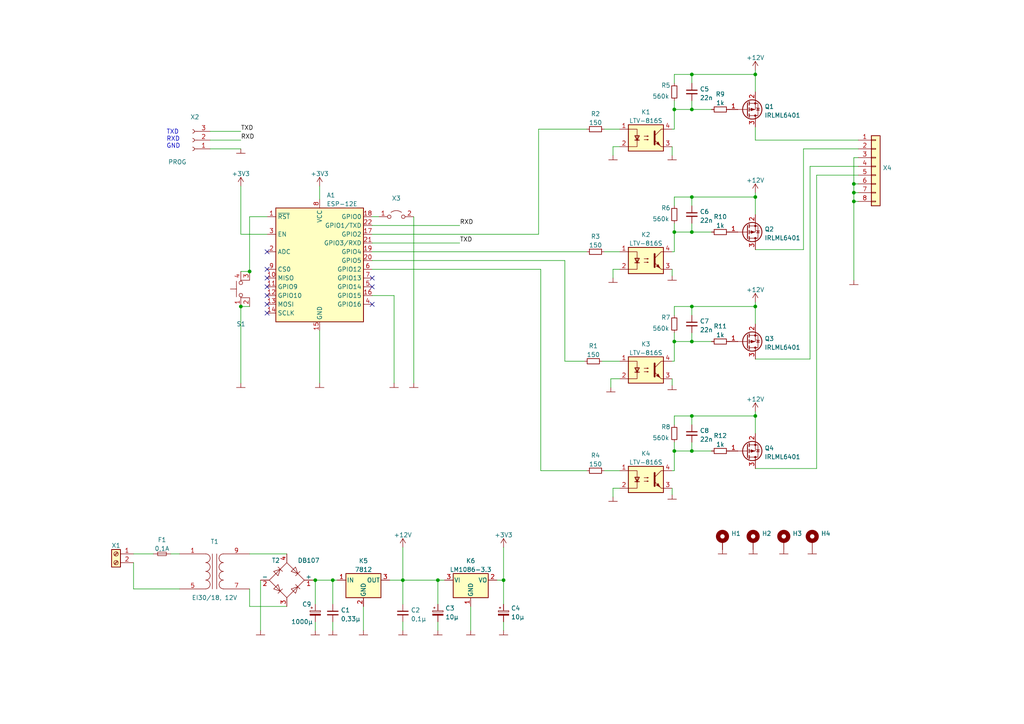
<source format=kicad_sch>
(kicad_sch (version 20211123) (generator eeschema)
  (paper "A4")
  (title_block (title "WLAN-Antennenumschalter") (date "2022-08-03") (rev "1.0") (company "DM6RAC"))
  (lib_symbols
    (symbol "Connector:Conn_01x03_Female" (pin_names (offset 1.016) hide)
      (property "Reference" "J" (at 0 5.08 0))
      (property "Value" "Conn_01x03_Female" (at 0 -5.08 0))
      (symbol "Conn_01x03_Female_1_1"
        (arc (start 0 -2.032) (mid -0.508 -2.54) (end 0 -3.048) (stroke (width 0.1524)))
        (polyline (pts (xy -1.27 -2.54) (xy -0.508 -2.54)) (stroke (width 0.1524)))
        (polyline (pts (xy -1.27 0) (xy -0.508 0)) (stroke (width 0.1524)))
        (polyline (pts (xy -1.27 2.54) (xy -0.508 2.54)) (stroke (width 0.1524)))
        (arc (start 0 0.508) (mid -0.508 0) (end 0 -0.508) (stroke (width 0.1524)))
        (arc (start 0 3.048) (mid -0.508 2.54) (end 0 2.032) (stroke (width 0.1524)))
        (pin passive line (at -5.08 2.54 0) (length 3.81) (name "Pin_1") (number "1"))
        (pin passive line (at -5.08 0 0) (length 3.81) (name "Pin_2") (number "2"))
        (pin passive line (at -5.08 -2.54 0) (length 3.81) (name "Pin_3") (number "3"))
      )
    )
    (symbol "Connector:Screw_Terminal_01x02" (pin_names (offset 1.016) hide)
      (property "Reference" "J" (at 0 2.54 0))
      (property "Value" "Screw_Terminal_01x02" (at 0 -5.08 0))
      (symbol "Screw_Terminal_01x02_1_1"
        (rectangle (start -1.27 1.27) (end 1.27 -3.81) (stroke (width 0.254)) (fill (type background)))
        (circle (center 0 -2.54) (radius 0.635) (stroke (width 0.1524)))
        (polyline (pts (xy -0.5334 -2.2098) (xy 0.3302 -3.048)) (stroke (width 0.1524)))
        (polyline (pts (xy -0.5334 0.3302) (xy 0.3302 -0.508)) (stroke (width 0.1524)))
        (polyline (pts (xy -0.3556 -2.032) (xy 0.508 -2.8702)) (stroke (width 0.1524)))
        (polyline (pts (xy -0.3556 0.508) (xy 0.508 -0.3302)) (stroke (width 0.1524)))
        (circle (center 0 0) (radius 0.635) (stroke (width 0.1524)))
        (pin passive line (at -5.08 0 0) (length 3.81) (name "Pin_1") (number "1"))
        (pin passive line (at -5.08 -2.54 0) (length 3.81) (name "Pin_2") (number "2"))
      )
    )
    (symbol "Connector_Generic:Conn_01x08" (pin_names (offset 1.016) hide)
      (property "Reference" "J" (at 0 10.16 0))
      (property "Value" "Conn_01x08" (at 0 -12.7 0))
      (symbol "Conn_01x08_1_1"
        (rectangle (start -1.27 -10.033) (end 0 -10.287) (stroke (width 0.1524)))
        (rectangle (start -1.27 -7.493) (end 0 -7.747) (stroke (width 0.1524)))
        (rectangle (start -1.27 -4.953) (end 0 -5.207) (stroke (width 0.1524)))
        (rectangle (start -1.27 -2.413) (end 0 -2.667) (stroke (width 0.1524)))
        (rectangle (start -1.27 0.127) (end 0 -0.127) (stroke (width 0.1524)))
        (rectangle (start -1.27 2.667) (end 0 2.413) (stroke (width 0.1524)))
        (rectangle (start -1.27 5.207) (end 0 4.953) (stroke (width 0.1524)))
        (rectangle (start -1.27 7.747) (end 0 7.493) (stroke (width 0.1524)))
        (rectangle (start -1.27 8.89) (end 1.27 -11.43) (stroke (width 0.254)) (fill (type background)))
        (pin passive line (at -5.08 7.62 0) (length 3.81) (name "Pin_1") (number "1"))
        (pin passive line (at -5.08 5.08 0) (length 3.81) (name "Pin_2") (number "2"))
        (pin passive line (at -5.08 2.54 0) (length 3.81) (name "Pin_3") (number "3"))
        (pin passive line (at -5.08 0 0) (length 3.81) (name "Pin_4") (number "4"))
        (pin passive line (at -5.08 -2.54 0) (length 3.81) (name "Pin_5") (number "5"))
        (pin passive line (at -5.08 -5.08 0) (length 3.81) (name "Pin_6") (number "6"))
        (pin passive line (at -5.08 -7.62 0) (length 3.81) (name "Pin_7") (number "7"))
        (pin passive line (at -5.08 -10.16 0) (length 3.81) (name "Pin_8") (number "8"))
      )
    )
    (symbol "Device:C_Polarized_Small" (pin_numbers hide) (pin_names (offset 0.254) hide)
      (property "Reference" "C" (at 0.254 1.778 0))
      (property "Value" "C_Polarized_Small" (at 0.254 -2.032 0))
      (symbol "C_Polarized_Small_0_1"
        (rectangle (start -1.524 -0.3048) (end 1.524 -0.6858) (fill (type outline)))
        (rectangle (start -1.524 0.6858) (end 1.524 0.3048))
        (polyline (pts (xy -1.27 1.524) (xy -0.762 1.524)))
        (polyline (pts (xy -1.016 1.27) (xy -1.016 1.778)))
      )
      (symbol "C_Polarized_Small_1_1"
        (pin passive line (at 0 2.54 270) (length 1.8542) (name "~") (number "1"))
        (pin passive line (at 0 -2.54 90) (length 1.8542) (name "~") (number "2"))
      )
    )
    (symbol "Device:C_Small" (pin_numbers hide) (pin_names (offset 0.254) hide)
      (property "Reference" "C" (at 0.254 1.778 0))
      (property "Value" "C_Small" (at 0.254 -2.032 0))
      (symbol "C_Small_0_1"
        (polyline (pts (xy -1.524 -0.508) (xy 1.524 -0.508)) (stroke (width 0.3302)))
        (polyline (pts (xy -1.524 0.508) (xy 1.524 0.508)) (stroke (width 0.3048)))
      )
      (symbol "C_Small_1_1"
        (pin passive line (at 0 2.54 270) (length 2.032) (name "~") (number "1"))
        (pin passive line (at 0 -2.54 90) (length 2.032) (name "~") (number "2"))
      )
    )
    (symbol "Device:Fuse_Small" (pin_numbers hide) (pin_names (offset 0.254) hide)
      (property "Reference" "F" (at 0 -1.524 0))
      (property "Value" "Fuse_Small" (at 0 1.524 0))
      (symbol "Fuse_Small_0_1"
        (rectangle (start -1.27 0.508) (end 1.27 -0.508))
        (polyline (pts (xy -1.27 0) (xy 1.27 0)))
      )
      (symbol "Fuse_Small_1_1"
        (pin passive line (at -2.54 0 0) (length 1.27) (name "~") (number "1"))
        (pin passive line (at 2.54 0 180) (length 1.27) (name "~") (number "2"))
      )
    )
    (symbol "Device:R_Small" (pin_numbers hide) (pin_names (offset 0.254) hide)
      (property "Reference" "R" (at -2.54 1.143 0))
      (property "Value" "R_Small" (at 0.762 -1.016 0))
      (symbol "R_Small_0_1"
        (rectangle (start -0.762 1.778) (end 0.762 -1.778) (stroke (width 0.2032)))
      )
      (symbol "R_Small_1_1"
        (pin passive line (at 0 2.54 270) (length 0.762) (name "~") (number "1"))
        (pin passive line (at 0 -2.54 90) (length 0.762) (name "~") (number "2"))
      )
    )
    (symbol "Device:Transformer_1P_1S" (pin_names (offset 1.016) hide)
      (property "Reference" "T1" (at 0.0127 8.6529 0))
      (property "Value" "EI30/18, 12V" (at 0 -7.62 0))
      (symbol "Transformer_1P_1S_0_1"
        (arc (start -2.54 -5.0546) (mid -1.6599 -4.6901) (end -1.27 -3.81))
        (arc (start -2.54 -2.5146) (mid -1.6599 -2.1501) (end -1.27 -1.27))
        (arc (start -2.54 0.0254) (mid -1.6599 0.3899) (end -1.27 1.27))
        (arc (start -2.54 2.5654) (mid -1.6599 2.9299) (end -1.27 3.81))
        (arc (start -1.27 -3.81) (mid -1.642 -2.912) (end -2.54 -2.54))
        (arc (start -1.27 -1.27) (mid -1.642 -0.372) (end -2.54 0))
        (arc (start -1.27 1.27) (mid -1.642 2.168) (end -2.54 2.54))
        (arc (start -1.27 3.81) (mid -1.642 4.708) (end -2.54 5.08))
        (polyline (pts (xy -0.635 5.08) (xy -0.635 -5.08)))
        (polyline (pts (xy 0.635 -5.08) (xy 0.635 5.08)))
        (arc (start 1.2954 -1.27) (mid 1.6599 -2.1501) (end 2.54 -2.5146))
        (arc (start 1.2954 1.27) (mid 1.6599 0.3899) (end 2.54 0.0254))
        (arc (start 1.2954 3.81) (mid 1.6599 2.9299) (end 2.54 2.5654))
        (arc (start 1.3208 -3.81) (mid 1.6853 -4.6901) (end 2.5654 -5.0546))
        (arc (start 2.54 0) (mid 1.642 -0.372) (end 1.2954 -1.27))
        (arc (start 2.54 2.54) (mid 1.642 2.168) (end 1.2954 1.27))
        (arc (start 2.54 5.08) (mid 1.642 4.708) (end 1.2954 3.81))
        (arc (start 2.5654 -2.54) (mid 1.6674 -2.912) (end 1.3208 -3.81))
      )
      (symbol "Transformer_1P_1S_1_1"
        (pin passive line (at -10.16 5.08 0) (length 7.62) (name "AA") (number "1"))
        (pin passive line (at -10.16 -5.08 0) (length 7.62) (name "AB") (number "5"))
        (pin passive line (at 10.16 -5.08 180) (length 7.62) (name "SA") (number "7"))
        (pin passive line (at 10.16 5.08 180) (length 7.62) (name "SB") (number "9"))
      )
    )
    (symbol "Diode_Bridge:DF10M" (pin_names (offset 0))
      (property "Reference" "D" (at 2.54 6.985 0))
      (property "Value" "DF10M" (at 2.54 5.08 0))
      (symbol "DF10M_0_1"
        (polyline (pts (xy -2.54 3.81) (xy -1.27 2.54)))
        (polyline (pts (xy -1.27 -2.54) (xy -2.54 -3.81)))
        (polyline (pts (xy 2.54 -1.27) (xy 3.81 -2.54)))
        (polyline (pts (xy 2.54 1.27) (xy 3.81 2.54)))
        (polyline (pts (xy -3.81 2.54) (xy -2.54 1.27) (xy -1.905 3.175) (xy -3.81 2.54)))
        (polyline (pts (xy -2.54 -1.27) (xy -3.81 -2.54) (xy -1.905 -3.175) (xy -2.54 -1.27)))
        (polyline (pts (xy 1.27 2.54) (xy 2.54 3.81) (xy 3.175 1.905) (xy 1.27 2.54)))
        (polyline (pts (xy 3.175 -1.905) (xy 1.27 -2.54) (xy 2.54 -3.81) (xy 3.175 -1.905)))
        (polyline (pts (xy -5.08 0) (xy 0 -5.08) (xy 5.08 0) (xy 0 5.08) (xy -5.08 0)))
      )
      (symbol "DF10M_1_1"
        (pin passive line (at 7.62 0 180) (length 2.54) (name "+") (number "1"))
        (pin passive line (at -7.62 0 0) (length 2.54) (name "-") (number "2"))
        (pin passive line (at 0 -7.62 90) (length 2.54) (name "~") (number "3"))
        (pin passive line (at 0 7.62 270) (length 2.54) (name "~") (number "4"))
      )
    )
    (symbol "Isolator:LTV-356T" (pin_names (offset 1.016))
      (property "Reference" "U" (at -5.334 4.826 0))
      (property "Value" "LTV-356T" (at 0 5.08 0))
      (symbol "LTV-356T_0_1"
        (rectangle (start -5.08 3.81) (end 5.08 -3.81) (stroke (width 0.254)) (fill (type background)))
        (polyline (pts (xy -3.175 -0.635) (xy -1.905 -0.635)) (stroke (width 0.254)))
        (polyline (pts (xy 2.54 0.635) (xy 4.445 2.54)))
        (polyline (pts (xy 4.445 -2.54) (xy 2.54 -0.635)) (fill (type outline)))
        (polyline (pts (xy 4.445 -2.54) (xy 5.08 -2.54)))
        (polyline (pts (xy 4.445 2.54) (xy 5.08 2.54)))
        (polyline (pts (xy -5.08 2.54) (xy -2.54 2.54) (xy -2.54 -0.762)))
        (polyline (pts (xy -2.54 -0.635) (xy -2.54 -2.54) (xy -5.08 -2.54)))
        (polyline (pts (xy 2.54 1.905) (xy 2.54 -1.905) (xy 2.54 -1.905)) (stroke (width 0.508)))
        (polyline (pts (xy -2.54 -0.635) (xy -3.175 0.635) (xy -1.905 0.635) (xy -2.54 -0.635)) (stroke (width 0.254)))
        (polyline (pts (xy -0.508 -0.508) (xy 0.762 -0.508) (xy 0.381 -0.635) (xy 0.381 -0.381) (xy 0.762 -0.508)))
        (polyline (pts (xy -0.508 0.508) (xy 0.762 0.508) (xy 0.381 0.381) (xy 0.381 0.635) (xy 0.762 0.508)))
        (polyline (pts (xy 3.048 -1.651) (xy 3.556 -1.143) (xy 4.064 -2.159) (xy 3.048 -1.651) (xy 3.048 -1.651)) (fill (type outline)))
      )
      (symbol "LTV-356T_1_1"
        (pin passive line (at -7.62 2.54 0) (length 2.54) (name "~") (number "1"))
        (pin passive line (at -7.62 -2.54 0) (length 2.54) (name "~") (number "2"))
        (pin passive line (at 7.62 -2.54 180) (length 2.54) (name "~") (number "3"))
        (pin passive line (at 7.62 2.54 180) (length 2.54) (name "~") (number "4"))
      )
    )
    (symbol "Isolator:LTV-817S" (pin_names (offset 1.016))
      (property "Reference" "U" (at -3.81 5.08 0))
      (property "Value" "LTV-817S" (at 0 -5.08 0))
      (symbol "LTV-817S_1_1"
        (rectangle (start -5.08 3.81) (end 5.08 -3.81) (stroke (width 0.254)) (fill (type background)))
        (polyline (pts (xy -3.175 -0.635) (xy -1.905 -0.635)) (stroke (width 0.254)))
        (polyline (pts (xy 2.54 0.635) (xy 4.445 2.54)))
        (polyline (pts (xy 4.445 -2.54) (xy 2.54 -0.635)) (fill (type outline)))
        (polyline (pts (xy 4.445 -2.54) (xy 5.08 -2.54)))
        (polyline (pts (xy 4.445 2.54) (xy 5.08 2.54)))
        (polyline (pts (xy -5.08 2.54) (xy -2.54 2.54) (xy -2.54 -0.762)))
        (polyline (pts (xy -2.54 -0.635) (xy -2.54 -2.54) (xy -5.08 -2.54)))
        (polyline (pts (xy 2.54 1.905) (xy 2.54 -1.905) (xy 2.54 -1.905)) (stroke (width 0.508)))
        (polyline (pts (xy -2.54 -0.635) (xy -3.175 0.635) (xy -1.905 0.635) (xy -2.54 -0.635)) (stroke (width 0.254)))
        (polyline (pts (xy -0.508 -0.508) (xy 0.762 -0.508) (xy 0.381 -0.635) (xy 0.381 -0.381) (xy 0.762 -0.508)))
        (polyline (pts (xy -0.508 0.508) (xy 0.762 0.508) (xy 0.381 0.381) (xy 0.381 0.635) (xy 0.762 0.508)))
        (polyline (pts (xy 3.048 -1.651) (xy 3.556 -1.143) (xy 4.064 -2.159) (xy 3.048 -1.651) (xy 3.048 -1.651)) (fill (type outline)))
        (pin passive line (at -7.62 2.54 0) (length 2.54) (name "~") (number "1"))
        (pin passive line (at -7.62 -2.54 0) (length 2.54) (name "~") (number "2"))
        (pin passive line (at 7.62 -2.54 180) (length 2.54) (name "~") (number "3"))
        (pin passive line (at 7.62 2.54 180) (length 2.54) (name "~") (number "4"))
      )
    )
    (symbol "Jumper:Jumper_2_Open" (pin_names (offset 0) hide)
      (property "Reference" "JP" (at 0 2.794 0))
      (property "Value" "Jumper_2_Open" (at 0 -2.286 0))
      (symbol "Jumper_2_Open_0_0"
        (circle (center -2.032 0) (radius 0.508))
        (circle (center 2.032 0) (radius 0.508))
      )
      (symbol "Jumper_2_Open_0_1"
        (arc (start 1.524 1.27) (mid 0 1.778) (end -1.524 1.27))
      )
      (symbol "Jumper_2_Open_1_1"
        (pin passive line (at -5.08 0 0) (length 2.54) (name "A") (number "1"))
        (pin passive line (at 5.08 0 180) (length 2.54) (name "B") (number "2"))
      )
    )
    (symbol "Mechanical:MountingHole_Pad" (pin_numbers hide) (pin_names (offset 1.016) hide)
      (property "Reference" "H" (at 0 6.35 0))
      (property "Value" "MountingHole_Pad" (at 0 4.445 0))
      (symbol "MountingHole_Pad_0_1"
        (circle (center 0 1.27) (radius 1.27) (stroke (width 1.27)))
      )
      (symbol "MountingHole_Pad_1_1"
        (pin input line (at 0 -2.54 90) (length 2.54) (name "1") (number "1"))
      )
    )
    (symbol "RF_Module:ESP-12E"
      (property "Reference" "U" (at -12.7 19.05 0))
      (property "Value" "ESP-12E" (at 12.7 19.05 0))
      (symbol "ESP-12E_0_1"
        (rectangle (start -12.7 17.78) (end 12.7 -15.24) (stroke (width 0.254)) (fill (type background)))
      )
      (symbol "ESP-12E_1_1"
        (pin input line (at -15.24 15.24 0) (length 2.54) (name "~{RST}") (number "1"))
        (pin bidirectional line (at -15.24 -2.54 0) (length 2.54) (name "MISO") (number "10"))
        (pin bidirectional line (at -15.24 -5.08 0) (length 2.54) (name "GPIO9") (number "11"))
        (pin bidirectional line (at -15.24 -7.62 0) (length 2.54) (name "GPIO10") (number "12"))
        (pin bidirectional line (at -15.24 -10.16 0) (length 2.54) (name "MOSI") (number "13"))
        (pin bidirectional line (at -15.24 -12.7 0) (length 2.54) (name "SCLK") (number "14"))
        (pin power_in line (at 0 -17.78 90) (length 2.54) (name "GND") (number "15"))
        (pin bidirectional line (at 15.24 -7.62 180) (length 2.54) (name "GPIO15") (number "16"))
        (pin bidirectional line (at 15.24 10.16 180) (length 2.54) (name "GPIO2") (number "17"))
        (pin bidirectional line (at 15.24 15.24 180) (length 2.54) (name "GPIO0") (number "18"))
        (pin bidirectional line (at 15.24 5.08 180) (length 2.54) (name "GPIO4") (number "19"))
        (pin input line (at -15.24 5.08 0) (length 2.54) (name "ADC") (number "2"))
        (pin bidirectional line (at 15.24 2.54 180) (length 2.54) (name "GPIO5") (number "20"))
        (pin bidirectional line (at 15.24 7.62 180) (length 2.54) (name "GPIO3/RXD") (number "21"))
        (pin bidirectional line (at 15.24 12.7 180) (length 2.54) (name "GPIO1/TXD") (number "22"))
        (pin input line (at -15.24 10.16 0) (length 2.54) (name "EN") (number "3"))
        (pin bidirectional line (at 15.24 -10.16 180) (length 2.54) (name "GPIO16") (number "4"))
        (pin bidirectional line (at 15.24 -5.08 180) (length 2.54) (name "GPIO14") (number "5"))
        (pin bidirectional line (at 15.24 0 180) (length 2.54) (name "GPIO12") (number "6"))
        (pin bidirectional line (at 15.24 -2.54 180) (length 2.54) (name "GPIO13") (number "7"))
        (pin power_in line (at 0 20.32 270) (length 2.54) (name "VCC") (number "8"))
        (pin input line (at -15.24 0 0) (length 2.54) (name "CS0") (number "9"))
      )
    )
    (symbol "Regulator_Linear:L7812" (pin_names (offset 0.254))
      (property "Reference" "U" (at -3.81 3.175 0))
      (property "Value" "L7812" (at 0 3.175 0))
      (symbol "L7812_0_1"
        (rectangle (start -5.08 1.905) (end 5.08 -5.08) (stroke (width 0.254)) (fill (type background)))
      )
      (symbol "L7812_1_1"
        (pin power_in line (at -7.62 0 0) (length 2.54) (name "IN") (number "1"))
        (pin power_in line (at 0 -7.62 90) (length 2.54) (name "GND") (number "2"))
        (pin power_out line (at 7.62 0 180) (length 2.54) (name "OUT") (number "3"))
      )
    )
    (symbol "Regulator_Linear:LM1084-3.3" (pin_names (offset 0.254))
      (property "Reference" "U" (at -3.81 3.175 0))
      (property "Value" "LM1084-3.3" (at 0 3.175 0))
      (symbol "LM1084-3.3_0_1"
        (rectangle (start -5.08 1.905) (end 5.08 -5.08) (stroke (width 0.254)) (fill (type background)))
      )
      (symbol "LM1084-3.3_1_1"
        (pin power_in line (at 0 -7.62 90) (length 2.54) (name "GND") (number "1"))
        (pin power_out line (at 7.62 0 180) (length 2.54) (name "VO") (number "2"))
        (pin power_in line (at -7.62 0 0) (length 2.54) (name "VI") (number "3"))
      )
    )
    (symbol "Switch:SW_MEC_5E" (pin_names (offset 1.016) hide)
      (property "Reference" "SW" (at 0.635 5.715 0))
      (property "Value" "SW_MEC_5E" (at 0 -3.175 0))
      (symbol "SW_MEC_5E_0_1"
        (circle (center -1.778 2.54) (radius 0.508))
        (polyline (pts (xy -2.286 3.81) (xy 2.286 3.81)))
        (polyline (pts (xy 0 3.81) (xy 0 5.588)))
        (polyline (pts (xy -2.54 0) (xy -2.54 2.54) (xy -2.286 2.54)))
        (polyline (pts (xy 2.54 0) (xy 2.54 2.54) (xy 2.286 2.54)))
        (circle (center 1.778 2.54) (radius 0.508))
        (pin passive line (at -5.08 2.54 0) (length 2.54) (name "1") (number "1"))
        (pin passive line (at -5.08 0 0) (length 2.54) (name "2") (number "2"))
        (pin passive line (at 5.08 0 180) (length 2.54) (name "K") (number "3"))
        (pin passive line (at 5.08 2.54 180) (length 2.54) (name "A") (number "4"))
      )
    )
    (symbol "Transistor_FET:IRLML6401" (pin_names hide)
      (property "Reference" "Q" (at 5.08 1.905 0))
      (property "Value" "IRLML6401" (at 5.08 0 0))
      (symbol "IRLML6401_0_1"
        (polyline (pts (xy 0.254 0) (xy -2.54 0)))
        (polyline (pts (xy 0.254 1.905) (xy 0.254 -1.905)) (stroke (width 0.254)))
        (polyline (pts (xy 0.762 -1.27) (xy 0.762 -2.286)) (stroke (width 0.254)))
        (polyline (pts (xy 0.762 0.508) (xy 0.762 -0.508)) (stroke (width 0.254)))
        (polyline (pts (xy 0.762 2.286) (xy 0.762 1.27)) (stroke (width 0.254)))
        (polyline (pts (xy 2.54 2.54) (xy 2.54 1.778)))
        (polyline (pts (xy 2.54 -2.54) (xy 2.54 0) (xy 0.762 0)))
        (polyline (pts (xy 0.762 1.778) (xy 3.302 1.778) (xy 3.302 -1.778) (xy 0.762 -1.778)))
        (polyline (pts (xy 2.286 0) (xy 1.27 0.381) (xy 1.27 -0.381) (xy 2.286 0)) (fill (type outline)))
        (polyline (pts (xy 2.794 -0.508) (xy 2.921 -0.381) (xy 3.683 -0.381) (xy 3.81 -0.254)))
        (polyline (pts (xy 3.302 -0.381) (xy 2.921 0.254) (xy 3.683 0.254) (xy 3.302 -0.381)))
        (circle (center 1.651 0) (radius 2.794) (stroke (width 0.254)))
        (circle (center 2.54 -1.778) (radius 0.254) (fill (type outline)))
        (circle (center 2.54 1.778) (radius 0.254) (fill (type outline)))
      )
      (symbol "IRLML6401_1_1"
        (pin input line (at -5.08 0 0) (length 2.54) (name "G") (number "1"))
        (pin passive line (at 2.54 -5.08 90) (length 2.54) (name "S") (number "2"))
        (pin passive line (at 2.54 5.08 270) (length 2.54) (name "D") (number "3"))
      )
    )
    (symbol "power:+12V" (power) (pin_names (offset 0))
      (property "Value" "+12V" (at 0 3.556 0))
      (symbol "+12V_0_1"
        (polyline (pts (xy -0.762 1.27) (xy 0 2.54)))
        (polyline (pts (xy 0 0) (xy 0 2.54)))
        (polyline (pts (xy 0 2.54) (xy 0.762 1.27)))
      )
      (symbol "+12V_1_1"
        (pin power_in line (at 0 0 90) (length 0) hide (name "+12V") (number "1"))
      )
    )
    (symbol "power:+3.3V" (power) (pin_names (offset 0))
      (property "Value" "+3.3V" (at 0 3.556 0))
      (symbol "+3.3V_0_1"
        (polyline (pts (xy -0.762 1.27) (xy 0 2.54)))
        (polyline (pts (xy 0 0) (xy 0 2.54)))
        (polyline (pts (xy 0 2.54) (xy 0.762 1.27)))
      )
      (symbol "+3.3V_1_1"
        (pin power_in line (at 0 0 90) (length 0) hide (name "+3V3") (number "1"))
      )
    )
    (symbol "power:GND" (power) (pin_names (offset 0))
      (symbol "GND_0_1"
        (polyline (pts (xy 0 0) (xy 0 -1.27) (xy 1.27 -1.27) (xy -1.27 -1.27) (xy 0 -1.27)))
      )
      (symbol "GND_1_1"
        (pin power_in line (at 0 0 270) (length 0) hide (name "GND") (number "1"))
      )
    )
  )
  (junction (at 219.075 120.65))
  (junction (at 195.58 31.75))
  (junction (at 195.58 67.31))
  (junction (at 200.66 67.31))
  (junction (at 69.85 88.9))
  (junction (at 219.075 21.59))
  (junction (at 195.58 130.81))
  (junction (at 195.58 99.06))
  (junction (at 200.66 21.59))
  (junction (at 219.075 57.15))
  (junction (at 247.65 53.34))
  (junction (at 91.44 168.275))
  (junction (at 200.66 88.9))
  (junction (at 200.66 99.06))
  (junction (at 200.66 31.75))
  (junction (at 116.84 168.275))
  (junction (at 247.65 55.88))
  (junction (at 127 168.275))
  (junction (at 219.075 88.9))
  (junction (at 200.66 120.65))
  (junction (at 200.66 57.15))
  (junction (at 247.65 58.42))
  (junction (at 96.52 168.275))
  (junction (at 200.66 130.81))
  (junction (at 146.05 168.275))
  (junction (at 72.39 78.74))
  (no_connect (at 107.95 80.645))
  (no_connect (at 107.95 83.185))
  (no_connect (at 107.95 88.265))
  (no_connect (at 77.47 73.025))
  (no_connect (at 77.47 78.105))
  (no_connect (at 77.47 80.645))
  (no_connect (at 77.47 83.185))
  (no_connect (at 77.47 85.725))
  (no_connect (at 77.47 88.265))
  (no_connect (at 77.47 90.805))
  (wire (pts (xy 75.565 168.275) (xy 75.565 182.88)))
  (wire (pts (xy 107.95 78.105) (xy 156.845 78.105)))
  (wire (pts (xy 92.71 53.975) (xy 92.71 57.785)))
  (wire (pts (xy 195.58 57.15) (xy 195.58 59.69)))
  (wire (pts (xy 219.075 26.67) (xy 219.075 21.59)))
  (wire (pts (xy 195.58 96.52) (xy 195.58 99.06)))
  (wire (pts (xy 60.96 43.18) (xy 69.85 43.18)))
  (wire (pts (xy 91.44 180.34) (xy 91.44 182.88)))
  (wire (pts (xy 177.8 78.105) (xy 179.705 78.105)))
  (wire (pts (xy 234.95 104.14) (xy 219.075 104.14)))
  (wire (pts (xy 107.95 75.565) (xy 163.83 75.565)))
  (wire (pts (xy 200.66 67.31) (xy 206.375 67.31)))
  (wire (pts (xy 236.855 135.89) (xy 219.075 135.89)))
  (wire (pts (xy 195.58 37.465) (xy 194.945 37.465)))
  (wire (pts (xy 195.58 130.81) (xy 200.66 130.81)))
  (wire (pts (xy 200.66 96.52) (xy 200.66 99.06)))
  (wire (pts (xy 69.85 78.74) (xy 72.39 78.74)))
  (wire (pts (xy 72.39 78.74) (xy 72.39 62.865)))
  (wire (pts (xy 200.66 29.21) (xy 200.66 31.75)))
  (wire (pts (xy 200.66 120.65) (xy 200.66 123.19)))
  (wire (pts (xy 219.075 87.63) (xy 219.075 88.9)))
  (wire (pts (xy 127 168.275) (xy 127 175.26)))
  (wire (pts (xy 60.96 38.1) (xy 69.85 38.1)))
  (wire (pts (xy 177.8 80.645) (xy 177.8 78.105)))
  (wire (pts (xy 90.805 168.275) (xy 91.44 168.275)))
  (wire (pts (xy 163.83 104.775) (xy 169.545 104.775)))
  (wire (pts (xy 107.95 65.405) (xy 133.35 65.405)))
  (wire (pts (xy 105.41 175.895) (xy 105.41 182.88)))
  (wire (pts (xy 195.58 31.75) (xy 195.58 37.465)))
  (wire (pts (xy 156.21 37.465) (xy 156.21 67.945)))
  (wire (pts (xy 219.075 40.64) (xy 248.92 40.64)))
  (wire (pts (xy 200.66 57.15) (xy 195.58 57.15)))
  (wire (pts (xy 69.85 88.9) (xy 69.85 111.125)))
  (wire (pts (xy 146.05 158.75) (xy 146.05 168.275)))
  (wire (pts (xy 116.84 168.275) (xy 116.84 175.26)))
  (wire (pts (xy 200.66 88.9) (xy 200.66 91.44)))
  (wire (pts (xy 236.855 50.8) (xy 236.855 135.89)))
  (wire (pts (xy 96.52 168.275) (xy 97.79 168.275)))
  (wire (pts (xy 247.65 55.88) (xy 247.65 53.34)))
  (wire (pts (xy 177.8 141.605) (xy 179.705 141.605)))
  (wire (pts (xy 91.44 168.275) (xy 91.44 175.26)))
  (wire (pts (xy 200.66 120.65) (xy 195.58 120.65)))
  (wire (pts (xy 247.65 53.34) (xy 247.65 45.72)))
  (wire (pts (xy 72.39 62.865) (xy 77.47 62.865)))
  (wire (pts (xy 247.65 81.28) (xy 247.65 58.42)))
  (wire (pts (xy 69.85 53.975) (xy 69.85 67.945)))
  (wire (pts (xy 116.84 158.75) (xy 116.84 168.275)))
  (wire (pts (xy 195.58 64.77) (xy 195.58 67.31)))
  (wire (pts (xy 92.71 95.885) (xy 92.71 111.125)))
  (wire (pts (xy 177.8 144.145) (xy 177.8 141.605)))
  (wire (pts (xy 200.66 21.59) (xy 195.58 21.59)))
  (wire (pts (xy 175.26 37.465) (xy 179.705 37.465)))
  (wire (pts (xy 234.95 48.26) (xy 234.95 104.14)))
  (wire (pts (xy 219.075 72.39) (xy 233.045 72.39)))
  (wire (pts (xy 219.075 36.83) (xy 219.075 40.64)))
  (wire (pts (xy 219.075 62.23) (xy 219.075 57.15)))
  (wire (pts (xy 195.58 130.81) (xy 195.58 136.525)))
  (wire (pts (xy 146.05 168.275) (xy 146.05 175.26)))
  (wire (pts (xy 107.95 70.485) (xy 133.35 70.485)))
  (wire (pts (xy 107.95 67.945) (xy 156.21 67.945)))
  (wire (pts (xy 175.26 136.525) (xy 179.705 136.525)))
  (wire (pts (xy 107.95 73.025) (xy 170.18 73.025)))
  (wire (pts (xy 174.625 104.775) (xy 179.705 104.775)))
  (wire (pts (xy 72.39 175.895) (xy 83.185 175.895)))
  (wire (pts (xy 175.26 73.025) (xy 179.705 73.025)))
  (wire (pts (xy 200.66 21.59) (xy 200.66 24.13)))
  (wire (pts (xy 136.525 175.895) (xy 136.525 182.88)))
  (wire (pts (xy 194.945 141.605) (xy 194.945 143.51)))
  (wire (pts (xy 60.96 40.64) (xy 69.85 40.64)))
  (wire (pts (xy 200.66 57.15) (xy 200.66 59.69)))
  (wire (pts (xy 116.84 168.275) (xy 127 168.275)))
  (wire (pts (xy 96.52 168.275) (xy 96.52 175.26)))
  (wire (pts (xy 195.58 67.31) (xy 200.66 67.31)))
  (wire (pts (xy 219.075 93.98) (xy 219.075 88.9)))
  (wire (pts (xy 113.03 168.275) (xy 116.84 168.275)))
  (wire (pts (xy 156.845 78.105) (xy 156.845 136.525)))
  (wire (pts (xy 156.845 136.525) (xy 170.18 136.525)))
  (wire (pts (xy 163.83 75.565) (xy 163.83 104.775)))
  (wire (pts (xy 200.66 31.75) (xy 206.375 31.75)))
  (wire (pts (xy 69.85 88.9) (xy 72.39 88.9)))
  (wire (pts (xy 195.58 21.59) (xy 195.58 24.13)))
  (wire (pts (xy 38.735 160.655) (xy 44.45 160.655)))
  (wire (pts (xy 91.44 168.275) (xy 96.52 168.275)))
  (wire (pts (xy 200.66 88.9) (xy 195.58 88.9)))
  (wire (pts (xy 177.165 112.395) (xy 177.165 109.855)))
  (wire (pts (xy 146.05 180.34) (xy 146.05 182.88)))
  (wire (pts (xy 247.65 58.42) (xy 247.65 55.88)))
  (wire (pts (xy 219.075 125.73) (xy 219.075 120.65)))
  (wire (pts (xy 127 180.34) (xy 127 182.88)))
  (wire (pts (xy 233.045 72.39) (xy 233.045 43.18)))
  (wire (pts (xy 248.92 48.26) (xy 234.95 48.26)))
  (wire (pts (xy 219.075 20.32) (xy 219.075 21.59)))
  (wire (pts (xy 127 168.275) (xy 128.905 168.275)))
  (wire (pts (xy 194.945 42.545) (xy 194.945 45.085)))
  (wire (pts (xy 144.145 168.275) (xy 146.05 168.275)))
  (wire (pts (xy 195.58 99.06) (xy 195.58 104.775)))
  (wire (pts (xy 200.66 64.77) (xy 200.66 67.31)))
  (wire (pts (xy 247.65 55.88) (xy 248.92 55.88)))
  (wire (pts (xy 195.58 120.65) (xy 195.58 123.19)))
  (wire (pts (xy 200.66 99.06) (xy 206.375 99.06)))
  (wire (pts (xy 195.58 128.27) (xy 195.58 130.81)))
  (wire (pts (xy 114.3 85.725) (xy 114.3 111.125)))
  (wire (pts (xy 219.075 21.59) (xy 200.66 21.59)))
  (wire (pts (xy 195.58 88.9) (xy 195.58 91.44)))
  (wire (pts (xy 195.58 67.31) (xy 195.58 73.025)))
  (wire (pts (xy 219.075 120.65) (xy 200.66 120.65)))
  (wire (pts (xy 107.95 85.725) (xy 114.3 85.725)))
  (wire (pts (xy 69.85 67.945) (xy 77.47 67.945)))
  (wire (pts (xy 248.92 50.8) (xy 236.855 50.8)))
  (wire (pts (xy 120.015 62.865) (xy 120.015 111.125)))
  (wire (pts (xy 156.21 37.465) (xy 170.18 37.465)))
  (wire (pts (xy 200.66 130.81) (xy 206.375 130.81)))
  (wire (pts (xy 195.58 99.06) (xy 200.66 99.06)))
  (wire (pts (xy 195.58 31.75) (xy 200.66 31.75)))
  (wire (pts (xy 219.075 88.9) (xy 200.66 88.9)))
  (wire (pts (xy 38.735 163.195) (xy 38.735 170.815)))
  (wire (pts (xy 116.84 180.34) (xy 116.84 182.88)))
  (wire (pts (xy 177.8 42.545) (xy 179.705 42.545)))
  (wire (pts (xy 219.075 55.88) (xy 219.075 57.15)))
  (wire (pts (xy 233.045 43.18) (xy 248.92 43.18)))
  (wire (pts (xy 38.735 170.815) (xy 52.07 170.815)))
  (wire (pts (xy 72.39 170.815) (xy 72.39 175.895)))
  (wire (pts (xy 49.53 160.655) (xy 52.07 160.655)))
  (wire (pts (xy 72.39 160.655) (xy 83.185 160.655)))
  (wire (pts (xy 219.075 57.15) (xy 200.66 57.15)))
  (wire (pts (xy 107.95 62.865) (xy 109.855 62.865)))
  (wire (pts (xy 177.8 45.085) (xy 177.8 42.545)))
  (wire (pts (xy 195.58 104.775) (xy 194.945 104.775)))
  (wire (pts (xy 96.52 180.34) (xy 96.52 182.88)))
  (wire (pts (xy 247.65 45.72) (xy 248.92 45.72)))
  (wire (pts (xy 195.58 29.21) (xy 195.58 31.75)))
  (wire (pts (xy 177.165 109.855) (xy 179.705 109.855)))
  (wire (pts (xy 247.65 58.42) (xy 248.92 58.42)))
  (wire (pts (xy 194.945 78.105) (xy 194.945 80.01)))
  (wire (pts (xy 219.075 119.38) (xy 219.075 120.65)))
  (wire (pts (xy 247.65 53.34) (xy 248.92 53.34)))
  (wire (pts (xy 200.66 128.27) (xy 200.66 130.81)))
  (wire (pts (xy 194.945 109.855) (xy 194.945 111.76)))
  (wire (pts (xy 195.58 136.525) (xy 194.945 136.525)))
  (wire (pts (xy 195.58 73.025) (xy 194.945 73.025)))
  (text "TXD\nRXD\nGND" (at 48.26 43.18 0) (effects (font (size 1.27 1.27)) (justify left bottom)))
  (label "RXD" (at 133.35 65.405 0))
  (label "RXD" (at 69.85 40.64 0))
  (label "TXD" (at 69.85 38.1 0))
  (label "TXD" (at 133.35 70.485 0))
  (symbol (lib_id "Device:R_Small") (at 172.72 136.525 90) (unit 1)
    (property "Reference" "R4" (at 172.72 132.0886 90))
    (property "Value" "150" (at 172.72 134.6255 90))
    (property "Footprint" "Resistor_SMD:R_1206_3216Metric_Pad1.30x1.75mm_HandSolder" (effects hide))
  )
  (symbol (lib_id "Device:R_Small") (at 195.58 93.98 0) (unit 1)
    (property "Reference" "R7" (at 191.77 92.075 0) (effects (justify left)))
    (property "Value" "560k" (at 189.23 95.25 0) (effects (justify left)))
    (property "Footprint" "Resistor_SMD:R_1206_3216Metric_Pad1.30x1.75mm_HandSolder" (effects hide))
  )
  (symbol (lib_id "Connector:Conn_01x03_Female") (at 55.88 40.64 180) (unit 1)
    (property "Reference" "X2" (at 56.515 33.943 0))
    (property "Value" "PROG" (at 51.435 46.99 0))
    (property "Footprint" "Connector_PinSocket_2.54mm:PinSocket_1x03_P2.54mm_Vertical" (effects hide))
  )
  (symbol (lib_id "Transistor_FET:IRLML6401") (at 216.535 31.75 0) (mirror x) (unit 1)
    (property "Reference" "Q1" (at 221.742 30.9153 0) (effects (justify left)))
    (property "Value" "IRLML6401" (at 221.742 33.4522 0) (effects (justify left)))
    (property "Footprint" "Package_TO_SOT_SMD:SOT-23" (effects hide))
    (property "Datasheet" "https://www.infineon.com/dgdl/irlml6401pbf.pdf?fileId=5546d462533600a401535668b96d2634" (effects hide))
  )
  (symbol (lib_id "Mechanical:MountingHole_Pad") (at 209.55 156.845 0) (unit 1)
    (property "Reference" "H1" (at 212.09 154.7403 0) (effects (justify left)))
    (property "Value" "MountingHole_Pad" (effects hide))
    (property "Footprint" "MountingHole:MountingHole_3.2mm_M3_DIN965_Pad" (effects hide))
  )
  (symbol (lib_id "Transistor_FET:IRLML6401") (at 216.535 67.31 0) (mirror x) (unit 1)
    (property "Reference" "Q2" (at 221.742 66.4753 0) (effects (justify left)))
    (property "Value" "IRLML6401" (at 221.742 69.0122 0) (effects (justify left)))
    (property "Footprint" "Package_TO_SOT_SMD:SOT-23" (effects hide))
    (property "Datasheet" "https://www.infineon.com/dgdl/irlml6401pbf.pdf?fileId=5546d462533600a401535668b96d2634" (effects hide))
  )
  (symbol (lib_id "Device:Fuse_Small") (at 46.99 160.655 0) (unit 1)
    (property "Reference" "F1" (at 46.99 156.5742 0))
    (property "Value" "0,1A" (at 46.99 159.1111 0))
    (property "Footprint" "Fuse:Fuse_250V_20A" (effects hide))
  )
  (symbol (lib_id "Switch:SW_MEC_5E") (at 72.39 83.82 90) (unit 1)
    (property "Reference" "S1" (at 68.58 93.98 90) (effects (justify right)))
    (property "Value" "SW_MEC_5E" (effects hide))
    (property "Footprint" "Button_Switch_THT:SW_TH_Tactile_Omron_B3F-10xx" (effects hide))
    (property "Datasheet" "http://www.apem.com/int/index.php?controller=attachment&id_attachment=1371" (effects hide))
  )
  (symbol (lib_id "power:GND") (at 120.015 111.125 0) (unit 1)
    (property "Reference" "#PWR013" (effects hide))
    (property "Value" "GND" (effects hide))
  )
  (symbol (lib_id "power:+12V") (at 219.075 87.63 0) (unit 1)
    (property "Reference" "#PWR030" (effects hide))
    (property "Value" "+12V" (at 219.075 84.0542 0))
  )
  (symbol (lib_id "power:GND") (at 194.945 45.085 0) (unit 1)
    (property "Reference" "#PWR022" (effects hide))
    (property "Value" "GND" (effects hide))
  )
  (symbol (lib_id "power:GND") (at 91.44 182.88 0) (unit 1)
    (property "Reference" "#PWR0101" (effects hide))
    (property "Value" "GND" (effects hide))
  )
  (symbol (lib_id "power:GND") (at 177.8 80.645 0) (unit 1)
    (property "Reference" "#PWR020" (effects hide))
    (property "Value" "GND" (effects hide))
  )
  (symbol (lib_id "Diode_Bridge:DF10M") (at 83.185 168.275 0) (unit 1)
    (property "Reference" "T2" (at 80.01 162.56 0))
    (property "Value" "DB107" (at 89.535 162.56 0))
    (property "Footprint" "Diode_THT:Diode_Bridge_DIP-4_W7.62mm_P5.08mm" (effects hide))
    (property "Datasheet" "http://www.vishay.com/docs/88571/dfm.pdf" (effects hide))
  )
  (symbol (lib_id "power:+12V") (at 116.84 158.75 0) (unit 1)
    (property "Reference" "#PWR011" (effects hide))
    (property "Value" "+12V" (at 116.84 155.1742 0))
  )
  (symbol (lib_id "power:GND") (at 194.945 143.51 0) (unit 1)
    (property "Reference" "#PWR025" (effects hide))
    (property "Value" "GND" (effects hide))
  )
  (symbol (lib_id "Device:R_Small") (at 208.915 99.06 90) (unit 1)
    (property "Reference" "R11" (at 208.915 94.6236 90))
    (property "Value" "1k" (at 208.915 97.1605 90))
    (property "Footprint" "Resistor_SMD:R_1206_3216Metric_Pad1.30x1.75mm_HandSolder" (effects hide))
  )
  (symbol (lib_id "power:+3.3V") (at 92.71 53.975 0) (unit 1)
    (property "Reference" "#PWR06" (effects hide))
    (property "Value" "+3.3V" (at 92.71 50.3992 0))
  )
  (symbol (lib_id "power:+12V") (at 219.075 55.88 0) (unit 1)
    (property "Reference" "#PWR029" (effects hide))
    (property "Value" "+12V" (at 219.075 52.3042 0))
  )
  (symbol (lib_id "Device:R_Small") (at 195.58 26.67 0) (unit 1)
    (property "Reference" "R5" (at 191.77 24.765 0) (effects (justify left)))
    (property "Value" "560k" (at 189.23 27.94 0) (effects (justify left)))
    (property "Footprint" "Resistor_SMD:R_1206_3216Metric_Pad1.30x1.75mm_HandSolder" (effects hide))
  )
  (symbol (lib_id "Device:C_Small") (at 200.66 125.73 0) (unit 1)
    (property "Reference" "C8" (at 202.9841 124.9016 0) (effects (justify left)))
    (property "Value" "22n" (at 202.9841 127.4385 0) (effects (justify left)))
    (property "Footprint" "Capacitor_SMD:C_1206_3216Metric_Pad1.33x1.80mm_HandSolder" (effects hide))
  )
  (symbol (lib_id "power:GND") (at 127 182.88 0) (unit 1)
    (property "Reference" "#PWR014" (effects hide))
    (property "Value" "GND" (effects hide))
  )
  (symbol (lib_id "power:GND") (at 116.84 182.88 0) (unit 1)
    (property "Reference" "#PWR012" (effects hide))
    (property "Value" "GND" (effects hide))
  )
  (symbol (lib_id "Connector_Generic:Conn_01x08") (at 254 48.26 0) (unit 1)
    (property "Reference" "X4" (at 256.032 48.6953 0) (effects (justify left)))
    (property "Value" "Conn_01x08" (effects hide))
    (property "Footprint" "Connector_PinHeader_2.54mm:PinHeader_1x08_P2.54mm_Vertical" (effects hide))
  )
  (symbol (lib_id "Device:C_Small") (at 96.52 177.8 0) (unit 1)
    (property "Reference" "C1" (at 98.8441 176.9716 0) (effects (justify left)))
    (property "Value" "0,33µ" (at 98.8441 179.5085 0) (effects (justify left)))
    (property "Footprint" "Capacitor_SMD:C_1206_3216Metric_Pad1.33x1.80mm_HandSolder" (effects hide))
  )
  (symbol (lib_id "power:+3.3V") (at 69.85 53.975 0) (unit 1)
    (property "Reference" "#PWR03" (effects hide))
    (property "Value" "+3.3V" (at 69.85 50.3992 0))
  )
  (symbol (lib_id "power:GND") (at 105.41 182.88 0) (unit 1)
    (property "Reference" "#PWR09" (effects hide))
    (property "Value" "GND" (effects hide))
  )
  (symbol (lib_id "power:GND") (at 136.525 182.88 0) (unit 1)
    (property "Reference" "#PWR015" (effects hide))
    (property "Value" "GND" (effects hide))
  )
  (symbol (lib_id "power:GND") (at 114.3 111.125 0) (unit 1)
    (property "Reference" "#PWR010" (effects hide))
    (property "Value" "GND" (effects hide))
  )
  (symbol (lib_id "power:+12V") (at 219.075 119.38 0) (unit 1)
    (property "Reference" "#PWR031" (effects hide))
    (property "Value" "+12V" (at 219.075 115.8042 0))
  )
  (symbol (lib_id "power:GND") (at 75.565 182.88 0) (unit 1)
    (property "Reference" "#PWR05" (effects hide))
    (property "Value" "GND" (effects hide))
  )
  (symbol (lib_id "power:GND") (at 69.85 111.125 0) (unit 1)
    (property "Reference" "#PWR04" (effects hide))
    (property "Value" "GND" (effects hide))
  )
  (symbol (lib_id "power:GND") (at 92.71 111.125 0) (unit 1)
    (property "Reference" "#PWR07" (effects hide))
    (property "Value" "GND" (effects hide))
  )
  (symbol (lib_id "power:GND") (at 146.05 182.88 0) (unit 1)
    (property "Reference" "#PWR017" (effects hide))
    (property "Value" "GND" (effects hide))
  )
  (symbol (lib_id "Regulator_Linear:L7812") (at 105.41 168.275 0) (unit 1)
    (property "Reference" "K5" (at 105.41 162.6702 0))
    (property "Value" "7812" (at 105.41 165.2071 0))
    (property "Footprint" "Package_TO_SOT_THT:TO-220-3_Horizontal_TabDown" (effects hide))
    (property "Datasheet" "http://www.st.com/content/ccc/resource/technical/document/datasheet/41/4f/b3/b0/12/d4/47/88/CD00000444.pdf/files/CD00000444.pdf/jcr:content/translations/en.CD00000444.pdf" (effects hide))
  )
  (symbol (lib_id "Device:R_Small") (at 195.58 125.73 0) (unit 1)
    (property "Reference" "R8" (at 191.77 123.825 0) (effects (justify left)))
    (property "Value" "560k" (at 189.23 127 0) (effects (justify left)))
    (property "Footprint" "Resistor_SMD:R_1206_3216Metric_Pad1.30x1.75mm_HandSolder" (effects hide))
  )
  (symbol (lib_id "Device:R_Small") (at 195.58 62.23 0) (unit 1)
    (property "Reference" "R6" (at 191.77 60.325 0) (effects (justify left)))
    (property "Value" "560k" (at 189.23 63.5 0) (effects (justify left)))
    (property "Footprint" "Resistor_SMD:R_1206_3216Metric_Pad1.30x1.75mm_HandSolder" (effects hide))
  )
  (symbol (lib_id "Device:R_Small") (at 172.72 37.465 90) (unit 1)
    (property "Reference" "R2" (at 172.72 33.0286 90))
    (property "Value" "150" (at 172.72 35.5655 90))
    (property "Footprint" "Resistor_SMD:R_1206_3216Metric_Pad1.30x1.75mm_HandSolder" (effects hide))
  )
  (symbol (lib_id "Device:C_Polarized_Small") (at 91.44 177.8 0) (unit 1)
    (property "Reference" "C9" (at 87.63 175.26 0) (effects (justify left)))
    (property "Value" "1000µ" (at 84.455 180.34 0) (effects (justify left)))
    (property "Footprint" "Capacitor_THT:CP_Radial_D12.5mm_P5.00mm" (effects hide))
  )
  (symbol (lib_id "Mechanical:MountingHole_Pad") (at 218.44 156.845 0) (unit 1)
    (property "Reference" "H2" (at 220.98 154.7403 0) (effects (justify left)))
    (property "Value" "MountingHole_Pad" (effects hide))
    (property "Footprint" "MountingHole:MountingHole_3.2mm_M3_DIN965_Pad" (effects hide))
  )
  (symbol (lib_id "power:GND") (at 209.55 159.385 0) (unit 1)
    (property "Reference" "#PWR026" (effects hide))
    (property "Value" "GND" (effects hide))
  )
  (symbol (lib_id "power:GND") (at 194.945 80.01 0) (unit 1)
    (property "Reference" "#PWR023" (effects hide))
    (property "Value" "GND" (effects hide))
  )
  (symbol (lib_id "Device:R_Small") (at 208.915 31.75 90) (unit 1)
    (property "Reference" "R9" (at 208.915 27.3136 90))
    (property "Value" "1k" (at 208.915 29.8505 90))
    (property "Footprint" "Resistor_SMD:R_1206_3216Metric_Pad1.30x1.75mm_HandSolder" (effects hide))
  )
  (symbol (lib_id "Isolator:LTV-356T") (at 187.325 107.315 0) (unit 1)
    (property "Reference" "K3" (at 187.325 99.8052 0))
    (property "Value" "LTV-816S" (at 187.325 102.3421 0))
    (property "Footprint" "Package_DIP:SMDIP-4_W9.53mm" (effects hide))
    (property "Datasheet" "http://optoelectronics.liteon.com/upload/download/DS70-2001-010/S_110_LTV-356T%2020140520.pdf" (effects hide))
  )
  (symbol (lib_id "power:+3.3V") (at 146.05 158.75 0) (unit 1)
    (property "Reference" "#PWR016" (effects hide))
    (property "Value" "+3.3V" (at 146.05 155.1742 0))
  )
  (symbol (lib_id "Device:C_Small") (at 200.66 26.67 0) (unit 1)
    (property "Reference" "C5" (at 202.9841 25.8416 0) (effects (justify left)))
    (property "Value" "22n" (at 202.9841 28.3785 0) (effects (justify left)))
    (property "Footprint" "Capacitor_SMD:C_1206_3216Metric_Pad1.33x1.80mm_HandSolder" (effects hide))
  )
  (symbol (lib_id "Device:C_Small") (at 200.66 62.23 0) (unit 1)
    (property "Reference" "C6" (at 202.9841 61.4016 0) (effects (justify left)))
    (property "Value" "22n" (at 202.9841 63.9385 0) (effects (justify left)))
    (property "Footprint" "Capacitor_SMD:C_1206_3216Metric_Pad1.33x1.80mm_HandSolder" (effects hide))
  )
  (symbol (lib_id "Transistor_FET:IRLML6401") (at 216.535 130.81 0) (mirror x) (unit 1)
    (property "Reference" "Q4" (at 221.742 129.9753 0) (effects (justify left)))
    (property "Value" "IRLML6401" (at 221.742 132.5122 0) (effects (justify left)))
    (property "Footprint" "Package_TO_SOT_SMD:SOT-23" (effects hide))
    (property "Datasheet" "https://www.infineon.com/dgdl/irlml6401pbf.pdf?fileId=5546d462533600a401535668b96d2634" (effects hide))
  )
  (symbol (lib_id "Mechanical:MountingHole_Pad") (at 227.33 156.845 0) (unit 1)
    (property "Reference" "H3" (at 229.87 154.7403 0) (effects (justify left)))
    (property "Value" "MountingHole_Pad" (effects hide))
    (property "Footprint" "MountingHole:MountingHole_3.2mm_M3_DIN965_Pad" (effects hide))
  )
  (symbol (lib_id "Device:C_Polarized_Small") (at 127 177.8 0) (unit 1)
    (property "Reference" "C3" (at 129.159 176.4192 0) (effects (justify left)))
    (property "Value" "10µ" (at 129.159 178.9561 0) (effects (justify left)))
    (property "Footprint" "Capacitor_Tantalum_SMD:CP_EIA-7360-38_Kemet-E_Pad2.25x4.25mm_HandSolder" (effects hide))
  )
  (symbol (lib_id "Transistor_FET:IRLML6401") (at 216.535 99.06 0) (mirror x) (unit 1)
    (property "Reference" "Q3" (at 221.742 98.2253 0) (effects (justify left)))
    (property "Value" "IRLML6401" (at 221.742 100.7622 0) (effects (justify left)))
    (property "Footprint" "Package_TO_SOT_SMD:SOT-23" (effects hide))
    (property "Datasheet" "https://www.infineon.com/dgdl/irlml6401pbf.pdf?fileId=5546d462533600a401535668b96d2634" (effects hide))
  )
  (symbol (lib_id "Device:R_Small") (at 208.915 67.31 90) (unit 1)
    (property "Reference" "R10" (at 208.915 62.8736 90))
    (property "Value" "1k" (at 208.915 65.4105 90))
    (property "Footprint" "Resistor_SMD:R_1206_3216Metric_Pad1.30x1.75mm_HandSolder" (effects hide))
  )
  (symbol (lib_id "power:GND") (at 227.33 159.385 0) (unit 1)
    (property "Reference" "#PWR032" (effects hide))
    (property "Value" "GND" (effects hide))
  )
  (symbol (lib_id "power:GND") (at 194.945 111.76 0) (unit 1)
    (property "Reference" "#PWR024" (effects hide))
    (property "Value" "GND" (effects hide))
  )
  (symbol (lib_id "Device:Transformer_1P_1S") (at 62.23 165.735 0) (unit 1)
    (property "Reference" "T1" (at 62.2427 157.0821 0))
    (property "Value" "EI30/18, 12V" (at 62.23 173.355 0))
    (property "Footprint" "Transformer_THT:Transformer_CHK_EI30-2VA_1xSec" (effects hide))
  )
  (symbol (lib_id "power:GND") (at 247.65 81.28 0) (unit 1)
    (property "Reference" "#PWR034" (effects hide))
    (property "Value" "GND" (effects hide))
  )
  (symbol (lib_id "Device:R_Small") (at 172.72 73.025 90) (unit 1)
    (property "Reference" "R3" (at 172.72 68.5886 90))
    (property "Value" "150" (at 172.72 71.1255 90))
    (property "Footprint" "Resistor_SMD:R_1206_3216Metric_Pad1.30x1.75mm_HandSolder" (effects hide))
  )
  (symbol (lib_id "Device:C_Small") (at 116.84 177.8 0) (unit 1)
    (property "Reference" "C2" (at 119.1641 176.9716 0) (effects (justify left)))
    (property "Value" "0,1µ" (at 119.1641 179.5085 0) (effects (justify left)))
    (property "Footprint" "Capacitor_SMD:C_1206_3216Metric_Pad1.33x1.80mm_HandSolder" (effects hide))
  )
  (symbol (lib_id "power:+12V") (at 219.075 20.32 0) (unit 1)
    (property "Reference" "#PWR028" (effects hide))
    (property "Value" "+12V" (at 219.075 16.7442 0))
  )
  (symbol (lib_id "RF_Module:ESP-12E") (at 92.71 78.105 0) (unit 1)
    (property "Reference" "A1" (at 94.7294 56.6252 0) (effects (justify left)))
    (property "Value" "ESP-12E" (at 94.7294 59.1621 0) (effects (justify left)))
    (property "Footprint" "RF_Module:ESP-12E" (effects hide))
    (property "Datasheet" "http://wiki.ai-thinker.com/_media/esp8266/esp8266_series_modules_user_manual_v1.1.pdf" (effects hide))
  )
  (symbol (lib_id "power:GND") (at 177.165 112.395 0) (unit 1)
    (property "Reference" "#PWR018" (effects hide))
    (property "Value" "GND" (effects hide))
  )
  (symbol (lib_id "Jumper:Jumper_2_Open") (at 114.935 62.865 0) (unit 1)
    (property "Reference" "X3" (at 114.935 57.5142 0))
    (property "Value" "Jumper" (effects hide))
    (property "Footprint" "Connector_PinHeader_2.54mm:PinHeader_1x02_P2.54mm_Vertical" (effects hide))
  )
  (symbol (lib_id "power:GND") (at 177.8 144.145 0) (unit 1)
    (property "Reference" "#PWR021" (effects hide))
    (property "Value" "GND" (effects hide))
  )
  (symbol (lib_id "Isolator:LTV-356T") (at 187.325 139.065 0) (unit 1)
    (property "Reference" "K4" (at 187.325 131.5552 0))
    (property "Value" "LTV-816S" (at 187.325 134.0921 0))
    (property "Footprint" "Package_DIP:SMDIP-4_W9.53mm" (effects hide))
    (property "Datasheet" "http://optoelectronics.liteon.com/upload/download/DS70-2001-010/S_110_LTV-356T%2020140520.pdf" (effects hide))
  )
  (symbol (lib_id "Mechanical:MountingHole_Pad") (at 235.585 156.845 0) (unit 1)
    (property "Reference" "H4" (at 238.125 154.7403 0) (effects (justify left)))
    (property "Value" "MountingHole_Pad" (effects hide))
    (property "Footprint" "MountingHole:MountingHole_3.2mm_M3_DIN965_Pad" (effects hide))
  )
  (symbol (lib_id "Regulator_Linear:LM1084-3.3") (at 136.525 168.275 0) (unit 1)
    (property "Reference" "K6" (at 136.525 162.6702 0))
    (property "Value" "LM1086-3.3" (at 136.525 165.2071 0))
    (property "Footprint" "Package_TO_SOT_THT:TO-220-3_Horizontal_TabDown" (effects hide))
    (property "Datasheet" "http://www.ti.com/lit/ds/symlink/lm1084.pdf" (effects hide))
  )
  (symbol (lib_id "power:GND") (at 218.44 159.385 0) (unit 1)
    (property "Reference" "#PWR027" (effects hide))
    (property "Value" "GND" (effects hide))
  )
  (symbol (lib_id "power:GND") (at 96.52 182.88 0) (unit 1)
    (property "Reference" "#PWR08" (effects hide))
    (property "Value" "GND" (effects hide))
  )
  (symbol (lib_id "power:GND") (at 177.8 45.085 0) (unit 1)
    (property "Reference" "#PWR019" (effects hide))
    (property "Value" "GND" (effects hide))
  )
  (symbol (lib_id "Connector:Screw_Terminal_01x02") (at 33.655 160.655 0) (mirror y) (unit 1)
    (property "Reference" "X1" (at 33.655 158.2222 0))
    (property "Value" "Screw_Terminal_01x02" (effects hide))
    (property "Footprint" "TerminalBlock:TerminalBlock_Altech_AK300-2_P5.00mm" (effects hide))
  )
  (symbol (lib_id "Device:C_Small") (at 200.66 93.98 0) (unit 1)
    (property "Reference" "C7" (at 202.9841 93.1516 0) (effects (justify left)))
    (property "Value" "22n" (at 202.9841 95.6885 0) (effects (justify left)))
    (property "Footprint" "Capacitor_SMD:C_1206_3216Metric_Pad1.33x1.80mm_HandSolder" (effects hide))
  )
  (symbol (lib_id "power:GND") (at 235.585 159.385 0) (unit 1)
    (property "Reference" "#PWR033" (effects hide))
    (property "Value" "GND" (effects hide))
  )
  (symbol (lib_id "Device:C_Polarized_Small") (at 146.05 177.8 0) (unit 1)
    (property "Reference" "C4" (at 148.209 176.4192 0) (effects (justify left)))
    (property "Value" "10µ" (at 148.209 178.9561 0) (effects (justify left)))
    (property "Footprint" "Capacitor_Tantalum_SMD:CP_EIA-7360-38_Kemet-E_Pad2.25x4.25mm_HandSolder" (effects hide))
  )
  (symbol (lib_id "Device:R_Small") (at 208.915 130.81 90) (unit 1)
    (property "Reference" "R12" (at 208.915 126.3736 90))
    (property "Value" "1k" (at 208.915 128.9105 90))
    (property "Footprint" "Resistor_SMD:R_1206_3216Metric_Pad1.30x1.75mm_HandSolder" (effects hide))
  )
  (symbol (lib_id "Device:R_Small") (at 172.085 104.775 90) (unit 1)
    (property "Reference" "R1" (at 172.085 100.3386 90))
    (property "Value" "150" (at 172.085 102.8755 90))
    (property "Footprint" "Resistor_SMD:R_1206_3216Metric_Pad1.30x1.75mm_HandSolder" (effects hide))
  )
  (symbol (lib_id "Isolator:LTV-356T") (at 187.325 75.565 0) (unit 1)
    (property "Reference" "K2" (at 187.325 68.0552 0))
    (property "Value" "LTV-816S" (at 187.325 70.5921 0))
    (property "Footprint" "Package_DIP:SMDIP-4_W9.53mm" (effects hide))
    (property "Datasheet" "http://optoelectronics.liteon.com/upload/download/DS70-2001-010/S_110_LTV-356T%2020140520.pdf" (effects hide))
  )
  (symbol (lib_id "Isolator:LTV-817S") (at 187.325 40.005 0) (unit 1)
    (property "Reference" "K1" (at 187.325 32.4952 0))
    (property "Value" "LTV-816S" (at 187.325 35.0321 0))
    (property "Footprint" "Package_DIP:SMDIP-4_W9.53mm" (effects hide))
    (property "Datasheet" "http://www.us.liteon.com/downloads/LTV-817-827-847.PDF" (effects hide))
  )
  (symbol (lib_id "power:GND") (at 69.85 43.18 0) (unit 1)
    (property "Reference" "#PWR02" (effects hide))
    (property "Value" "GND" (effects hide))
  )
)
</source>
